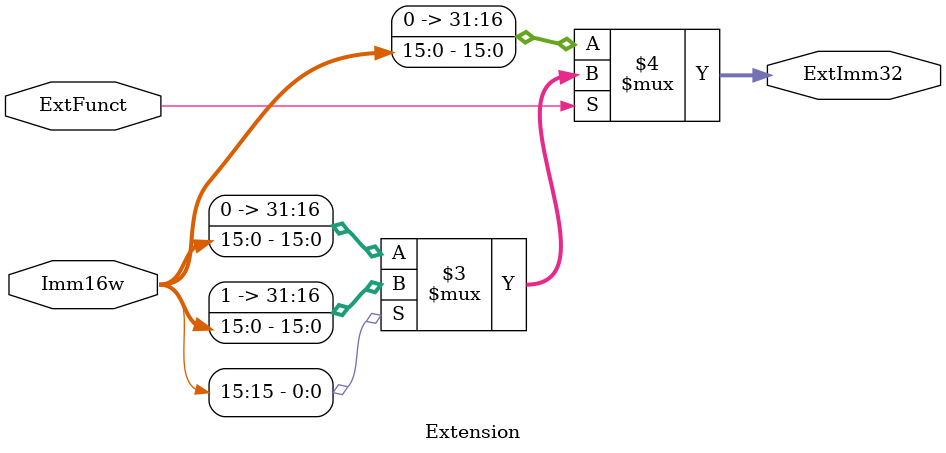
<source format=v>
module Extension(input [15:0] Imm16w,input ExtFunct,output [31:0] ExtImm32);
  assign ExtImm32=(ExtFunct==0)?{16'b0000_0000_0000_0000,Imm16w}:
  (Imm16w[15]==0)?{16'b0000_0000_0000_0000,Imm16w}:
  {16'b1111_1111_1111_1111,Imm16w};
endmodule

</source>
